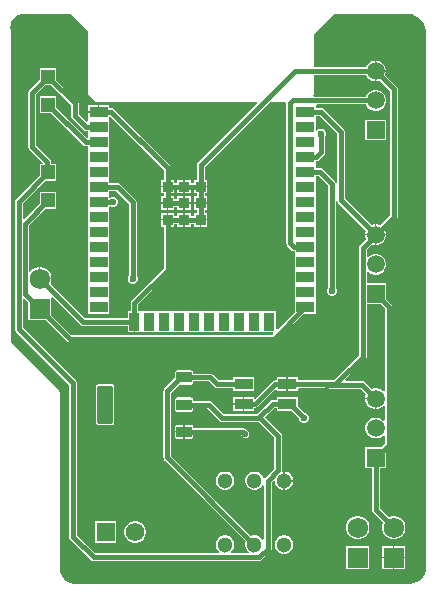
<source format=gtl>
G04*
G04 #@! TF.GenerationSoftware,Altium Limited,Altium Designer,22.1.2 (22)*
G04*
G04 Layer_Physical_Order=1*
G04 Layer_Color=255*
%FSLAX43Y43*%
%MOMM*%
G71*
G04*
G04 #@! TF.SameCoordinates,789559D7-4389-4A6F-8FAE-C72B44BD11BC*
G04*
G04*
G04 #@! TF.FilePolarity,Positive*
G04*
G01*
G75*
%ADD14R,1.490X0.960*%
%ADD15R,1.500X0.900*%
%ADD16R,0.900X1.500*%
%ADD17R,0.900X0.900*%
G04:AMPARAMS|DCode=18|XSize=1.31mm|YSize=0.93mm|CornerRadius=0.07mm|HoleSize=0mm|Usage=FLASHONLY|Rotation=180.000|XOffset=0mm|YOffset=0mm|HoleType=Round|Shape=RoundedRectangle|*
%AMROUNDEDRECTD18*
21,1,1.310,0.791,0,0,180.0*
21,1,1.171,0.930,0,0,180.0*
1,1,0.140,-0.585,0.395*
1,1,0.140,0.585,0.395*
1,1,0.140,0.585,-0.395*
1,1,0.140,-0.585,-0.395*
%
%ADD18ROUNDEDRECTD18*%
G04:AMPARAMS|DCode=19|XSize=1.31mm|YSize=3.24mm|CornerRadius=0.098mm|HoleSize=0mm|Usage=FLASHONLY|Rotation=180.000|XOffset=0mm|YOffset=0mm|HoleType=Round|Shape=RoundedRectangle|*
%AMROUNDEDRECTD19*
21,1,1.310,3.044,0,0,180.0*
21,1,1.114,3.240,0,0,180.0*
1,1,0.197,-0.557,1.522*
1,1,0.197,0.557,1.522*
1,1,0.197,0.557,-1.522*
1,1,0.197,-0.557,-1.522*
%
%ADD19ROUNDEDRECTD19*%
%ADD20R,1.150X1.150*%
%ADD36C,0.381*%
%ADD37R,1.725X1.725*%
%ADD38C,1.725*%
%ADD39R,1.575X1.575*%
%ADD40C,1.575*%
%ADD41C,1.508*%
%ADD42R,1.508X1.508*%
%ADD43C,1.300*%
%ADD44C,0.600*%
G36*
X175387Y126771D02*
X175693Y126654D01*
X175970Y126478D01*
X176208Y126253D01*
X176397Y125985D01*
X176530Y125685D01*
X176603Y125365D01*
X176611Y125037D01*
X176583Y124876D01*
X176583Y124858D01*
X176580Y124841D01*
Y79765D01*
X176570Y79643D01*
X176498Y79392D01*
X176378Y79160D01*
X176216Y78956D01*
X176016Y78787D01*
X175788Y78660D01*
X175539Y78581D01*
X175280Y78551D01*
X175150Y78562D01*
X175141Y78561D01*
X175133Y78563D01*
X146939Y78563D01*
X146935Y78562D01*
X146930Y78563D01*
X146806Y78557D01*
X146561Y78595D01*
X146329Y78680D01*
X146117Y78808D01*
X145934Y78976D01*
X145788Y79176D01*
X145683Y79400D01*
X145624Y79641D01*
X145619Y79760D01*
Y94742D01*
X145603Y94820D01*
X145559Y94886D01*
X145559Y94886D01*
X141428Y99017D01*
Y125476D01*
X141425Y125490D01*
X141426Y125505D01*
X141410Y125616D01*
X141422Y125841D01*
X141478Y126059D01*
X141575Y126262D01*
X141711Y126442D01*
X141878Y126593D01*
X142072Y126707D01*
X142284Y126782D01*
X142381Y126796D01*
X146508D01*
X147955Y125349D01*
Y120015D01*
X148590Y119380D01*
X162266D01*
X162315Y119263D01*
X157291Y114239D01*
X157221Y114134D01*
X157196Y114010D01*
Y112748D01*
X156943D01*
Y112495D01*
X156697D01*
Y112748D01*
X156183D01*
Y112171D01*
Y111594D01*
X156697D01*
Y111847D01*
X156943D01*
Y111594D01*
X157196D01*
Y111348D01*
X156943D01*
Y110835D01*
X158097D01*
Y111348D01*
X157844D01*
Y111594D01*
X158097D01*
Y112108D01*
X157520D01*
Y112235D01*
X158097D01*
Y112748D01*
X157844D01*
Y113876D01*
X163348Y119380D01*
X164672D01*
X164776Y119253D01*
Y107379D01*
X164801Y107255D01*
X164871Y107150D01*
X165189Y106832D01*
X165294Y106762D01*
X165417Y106737D01*
X165493D01*
Y106495D01*
X165493Y106484D01*
Y106368D01*
X165493Y106357D01*
Y105225D01*
X165493Y105214D01*
Y105098D01*
X165493Y105087D01*
Y103955D01*
X165493Y103944D01*
Y103828D01*
X165493Y103817D01*
Y102685D01*
X165493Y102674D01*
Y102558D01*
X165493Y102547D01*
Y101562D01*
X164029Y100098D01*
X163912Y100147D01*
Y101608D01*
X162769D01*
X162758Y101608D01*
X162642D01*
X162631Y101608D01*
X161499D01*
X161488Y101608D01*
X161372D01*
X161361Y101608D01*
X160229D01*
X160218Y101608D01*
X160102D01*
X160091Y101608D01*
X158959D01*
X158948Y101608D01*
X158832D01*
X158821Y101608D01*
X157689D01*
X157678Y101608D01*
X157562D01*
X157551Y101608D01*
X156419D01*
X156408Y101608D01*
X156292D01*
X156281Y101608D01*
X155149D01*
X155138Y101608D01*
X155022D01*
X155011Y101608D01*
X153879D01*
X153868Y101608D01*
X153752D01*
X153741Y101608D01*
X152609D01*
X152598Y101608D01*
X152482D01*
X152471Y101608D01*
X152229D01*
Y102192D01*
X154949Y104912D01*
X155019Y105017D01*
X155044Y105141D01*
Y108794D01*
X155297D01*
Y109047D01*
X155543D01*
Y108794D01*
X156056D01*
Y109371D01*
Y109948D01*
X155543D01*
Y109695D01*
X155297D01*
Y109948D01*
X154783D01*
Y109371D01*
X154720D01*
Y109307D01*
X154143D01*
Y108794D01*
X154396D01*
Y105275D01*
X151676Y102555D01*
X151606Y102450D01*
X151581Y102326D01*
Y101608D01*
X151328D01*
Y101035D01*
X147708D01*
X144783Y103960D01*
X144813Y104012D01*
X144880Y104264D01*
Y104330D01*
X143891D01*
Y104394D01*
X143827D01*
Y105383D01*
X143761D01*
X143509Y105316D01*
X143283Y105186D01*
X143099Y105002D01*
X143072Y104954D01*
X142945Y104988D01*
Y108908D01*
X144357Y110320D01*
X145303D01*
Y111724D01*
X143899D01*
Y110778D01*
X142554Y109433D01*
X142437Y109481D01*
Y110750D01*
X144357Y112670D01*
X145303D01*
Y114074D01*
X144855D01*
Y114295D01*
X144830Y114419D01*
X144760Y114524D01*
X143580Y115704D01*
Y119997D01*
X144357Y120774D01*
X144845D01*
X146537Y119083D01*
Y118189D01*
X146561Y118065D01*
X146631Y117960D01*
X147599Y116992D01*
X147704Y116922D01*
X147828Y116897D01*
X147993D01*
Y116655D01*
X147993Y116644D01*
Y116528D01*
X147993Y116517D01*
Y116371D01*
X147866Y116319D01*
X145303Y118882D01*
Y119828D01*
X143899D01*
Y118424D01*
X144845D01*
X147547Y115722D01*
X147652Y115652D01*
X147776Y115627D01*
X147993D01*
Y115385D01*
X147993Y115374D01*
Y115258D01*
X147993Y115247D01*
Y114115D01*
X147993Y114104D01*
Y113988D01*
X147993Y113977D01*
Y112845D01*
X147993Y112834D01*
Y112718D01*
X147993Y112707D01*
Y111575D01*
X147993Y111564D01*
Y111448D01*
X147993Y111437D01*
Y110305D01*
X147993Y110294D01*
Y110178D01*
X147993Y110167D01*
Y109035D01*
X147993Y109024D01*
Y108908D01*
X147993Y108897D01*
Y107765D01*
X147993Y107754D01*
Y107638D01*
X147993Y107627D01*
Y106495D01*
X147993Y106484D01*
Y106368D01*
X147993Y106357D01*
Y105225D01*
X147993Y105214D01*
Y105098D01*
X147993Y105087D01*
Y103955D01*
X147993Y103944D01*
Y103828D01*
X147993Y103817D01*
Y102685D01*
X147993Y102674D01*
Y102558D01*
X147993Y102547D01*
Y101404D01*
X149747D01*
Y102547D01*
X149747Y102558D01*
Y102674D01*
X149747Y102685D01*
Y103817D01*
X149747Y103828D01*
Y103944D01*
X149747Y103955D01*
Y105087D01*
X149747Y105098D01*
Y105214D01*
X149747Y105225D01*
Y106357D01*
X149747Y106368D01*
Y106484D01*
X149747Y106495D01*
Y107627D01*
X149747Y107638D01*
Y107754D01*
X149747Y107765D01*
Y108897D01*
X149747Y108908D01*
Y109024D01*
X149747Y109035D01*
Y110167D01*
X149747Y110178D01*
Y110294D01*
X149747Y110305D01*
Y110455D01*
X149872Y110509D01*
X150029Y110444D01*
X150199D01*
X150356Y110509D01*
X150476Y110629D01*
X150541Y110786D01*
Y110956D01*
X150476Y111113D01*
X150356Y111233D01*
X150199Y111298D01*
X150029D01*
X149872Y111233D01*
X149747Y111287D01*
Y111437D01*
X149747Y111448D01*
Y111564D01*
X149747Y111575D01*
Y111817D01*
X150361D01*
X151441Y110737D01*
Y104674D01*
X151403Y104636D01*
X151338Y104479D01*
Y104309D01*
X151403Y104152D01*
X151523Y104032D01*
X151680Y103967D01*
X151850D01*
X152007Y104032D01*
X152127Y104152D01*
X152192Y104309D01*
Y104479D01*
X152127Y104636D01*
X152089Y104674D01*
Y110871D01*
X152064Y110995D01*
X151994Y111100D01*
X150724Y112370D01*
X150619Y112440D01*
X150495Y112465D01*
X149747D01*
Y112707D01*
X149747Y112718D01*
Y112834D01*
X149747Y112845D01*
Y113977D01*
X149747Y113988D01*
Y114104D01*
X149747Y114115D01*
Y115247D01*
X149747Y115258D01*
Y115374D01*
X149747Y115385D01*
Y116517D01*
X149747Y116528D01*
Y116644D01*
X149747Y116655D01*
Y117798D01*
X149747D01*
Y117914D01*
X149747D01*
Y118068D01*
X149874Y118121D01*
X154396Y113599D01*
Y112748D01*
X154143D01*
Y112235D01*
X154720D01*
Y112108D01*
X154143D01*
Y111594D01*
X154396D01*
Y111348D01*
X154143D01*
Y110835D01*
X154720D01*
Y110771D01*
X154783D01*
Y110194D01*
X155297D01*
Y110447D01*
X155543D01*
Y110194D01*
X156056D01*
Y110771D01*
Y111348D01*
X155543D01*
Y111095D01*
X155297D01*
Y111348D01*
X155044D01*
Y111594D01*
X155297D01*
Y111847D01*
X155543D01*
Y111594D01*
X156056D01*
Y112171D01*
Y112748D01*
X155543D01*
Y112495D01*
X155297D01*
Y112748D01*
X155044D01*
Y113733D01*
X155019Y113856D01*
X154949Y113962D01*
X150191Y118720D01*
X150085Y118790D01*
X149962Y118815D01*
X149747D01*
Y119068D01*
X148934D01*
Y118491D01*
X148870D01*
Y118427D01*
X147993D01*
Y117914D01*
X147993D01*
Y117798D01*
X147970Y117697D01*
X147851Y117655D01*
X147184Y118323D01*
Y119217D01*
X147159Y119341D01*
X147089Y119446D01*
X145303Y121232D01*
Y122178D01*
X143899D01*
Y121232D01*
X143027Y120360D01*
X142957Y120255D01*
X142932Y120131D01*
Y115570D01*
X142957Y115446D01*
X143027Y115341D01*
X144168Y114201D01*
X144115Y114074D01*
X143899D01*
Y113127D01*
X141884Y111113D01*
X141814Y111008D01*
X141789Y110884D01*
Y100127D01*
X141814Y100003D01*
X141884Y99898D01*
X146387Y95395D01*
Y82550D01*
X146411Y82426D01*
X146482Y82321D01*
X148234Y80568D01*
X148339Y80498D01*
X148463Y80474D01*
X162458D01*
X162582Y80498D01*
X162687Y80568D01*
X163424Y81305D01*
X163494Y81410D01*
X163519Y81534D01*
Y87122D01*
X163673Y87276D01*
X163800Y87224D01*
Y87168D01*
X163853Y86970D01*
X163955Y86793D01*
X164100Y86648D01*
X164277Y86546D01*
X164475Y86493D01*
X164514D01*
Y87270D01*
Y88051D01*
X164427Y88128D01*
X164408Y88160D01*
Y91059D01*
X164383Y91183D01*
X164313Y91288D01*
X162954Y92646D01*
X163759Y93451D01*
X163974D01*
Y93168D01*
X165260D01*
X165816Y92612D01*
Y92498D01*
X165881Y92341D01*
X166001Y92221D01*
X166158Y92156D01*
X166328D01*
X166485Y92221D01*
X166605Y92341D01*
X166670Y92498D01*
Y92668D01*
X166605Y92825D01*
X166485Y92945D01*
X166338Y93006D01*
X165718Y93626D01*
Y94382D01*
X163974D01*
Y94099D01*
X163625D01*
X163501Y94074D01*
X163396Y94004D01*
X162299Y92907D01*
X159494D01*
X158445Y93955D01*
X158340Y94025D01*
X158217Y94050D01*
X156912D01*
Y94121D01*
X156897Y94198D01*
X156853Y94263D01*
X156788Y94307D01*
X156711Y94322D01*
X155541D01*
X155464Y94307D01*
X155399Y94263D01*
X155355Y94198D01*
X155340Y94121D01*
Y93331D01*
X155355Y93254D01*
X155399Y93189D01*
X155464Y93145D01*
X155541Y93130D01*
X156711D01*
X156788Y93145D01*
X156853Y93189D01*
X156897Y93254D01*
X156912Y93331D01*
Y93402D01*
X158083D01*
X159131Y92354D01*
X159236Y92284D01*
X159360Y92259D01*
X162426D01*
X163760Y90925D01*
Y88279D01*
X162966Y87485D01*
X162958Y87473D01*
X162821Y87496D01*
X162801Y87570D01*
X162699Y87747D01*
X162554Y87892D01*
X162377Y87994D01*
X162179Y88047D01*
X161975D01*
X161777Y87994D01*
X161600Y87892D01*
X161455Y87747D01*
X161353Y87570D01*
X161300Y87372D01*
Y87168D01*
X161353Y86970D01*
X161455Y86793D01*
X161600Y86648D01*
X161777Y86546D01*
X161975Y86493D01*
X162179D01*
X162377Y86546D01*
X162554Y86648D01*
X162699Y86793D01*
X162744Y86872D01*
X162871Y86838D01*
Y82302D01*
X162744Y82268D01*
X162699Y82347D01*
X162554Y82492D01*
X162377Y82594D01*
X162179Y82647D01*
X161975D01*
X161804Y82601D01*
X155010Y89395D01*
Y94735D01*
X155695Y95420D01*
X156711D01*
X156788Y95435D01*
X156853Y95479D01*
X156897Y95544D01*
X156912Y95621D01*
Y95692D01*
X158210D01*
X158676Y95226D01*
X158781Y95156D01*
X158905Y95131D01*
X160291D01*
Y94848D01*
X162035D01*
Y96062D01*
X160291D01*
Y95779D01*
X159039D01*
X158572Y96245D01*
X158467Y96315D01*
X158344Y96340D01*
X156912D01*
Y96411D01*
X156897Y96488D01*
X156853Y96553D01*
X156788Y96597D01*
X156711Y96612D01*
X155541D01*
X155464Y96597D01*
X155399Y96553D01*
X155355Y96488D01*
X155340Y96411D01*
Y95981D01*
X154457Y95098D01*
X154387Y94993D01*
X154362Y94869D01*
Y89261D01*
X154387Y89137D01*
X154457Y89032D01*
X161346Y82143D01*
X161300Y81972D01*
Y81767D01*
X161353Y81570D01*
X161455Y81393D01*
X161600Y81248D01*
X161600Y81248D01*
X161566Y81121D01*
X160088D01*
X160054Y81248D01*
X160054Y81248D01*
X160199Y81393D01*
X160301Y81570D01*
X160354Y81767D01*
Y81972D01*
X160301Y82170D01*
X160199Y82347D01*
X160054Y82492D01*
X159877Y82594D01*
X159679Y82647D01*
X159475D01*
X159277Y82594D01*
X159100Y82492D01*
X158955Y82347D01*
X158853Y82170D01*
X158800Y81972D01*
Y81767D01*
X158853Y81570D01*
X158955Y81393D01*
X159100Y81248D01*
X159100Y81248D01*
X159066Y81121D01*
X148597D01*
X147034Y82684D01*
Y95529D01*
X147009Y95653D01*
X146939Y95758D01*
X142437Y100261D01*
Y102685D01*
X142554Y102733D01*
X142902Y102386D01*
Y100865D01*
X144423D01*
X146202Y99085D01*
X146307Y99015D01*
X146431Y98990D01*
X163703D01*
X163827Y99015D01*
X163932Y99085D01*
X166251Y101404D01*
X167247D01*
Y102547D01*
X167247Y102558D01*
Y102674D01*
X167247Y102685D01*
Y103817D01*
X167247Y103828D01*
Y103944D01*
X167247Y103955D01*
Y105087D01*
X167247Y105098D01*
Y105214D01*
X167247Y105225D01*
Y106357D01*
X167247Y106368D01*
Y106484D01*
X167247Y106495D01*
Y107627D01*
X167247Y107638D01*
Y107754D01*
X167247Y107765D01*
Y108897D01*
X167247Y108908D01*
Y109024D01*
X167247Y109035D01*
Y110167D01*
X167247Y110178D01*
Y110294D01*
X167247Y110305D01*
Y111437D01*
X167247Y111448D01*
Y111564D01*
X167247Y111575D01*
Y112707D01*
X167247Y112718D01*
Y112834D01*
X167247Y112845D01*
Y113087D01*
X167506D01*
X168307Y112286D01*
Y103633D01*
X168269Y103594D01*
X168204Y103438D01*
Y103268D01*
X168269Y103111D01*
X168389Y102991D01*
X168546Y102926D01*
X168716D01*
X168872Y102991D01*
X168993Y103111D01*
X169058Y103268D01*
Y103438D01*
X168993Y103594D01*
X168954Y103633D01*
Y110972D01*
X169081Y110984D01*
X169094Y110923D01*
X169164Y110818D01*
X171526Y108455D01*
X171518Y108441D01*
X171458Y108217D01*
Y108164D01*
X172275D01*
Y108982D01*
X172223D01*
X171999Y108921D01*
X171984Y108913D01*
X169716Y111181D01*
Y116840D01*
X169692Y116964D01*
X169622Y117069D01*
X167971Y118720D01*
X167865Y118790D01*
X167742Y118815D01*
X167247D01*
Y119068D01*
X167343Y119143D01*
X171514D01*
X171518Y119127D01*
X171634Y118926D01*
X171798Y118762D01*
X171999Y118646D01*
X172223Y118586D01*
X172455D01*
X172679Y118646D01*
X172880Y118762D01*
X173044Y118926D01*
X173160Y119127D01*
X173220Y119351D01*
Y119583D01*
X173160Y119807D01*
X173044Y120008D01*
X172880Y120172D01*
X172679Y120288D01*
X172455Y120348D01*
X172223D01*
X171999Y120288D01*
X171798Y120172D01*
X171634Y120008D01*
X171518Y119807D01*
X171514Y119791D01*
X167074D01*
X167025Y119908D01*
X167132Y120015D01*
Y121643D01*
X171514D01*
X171518Y121627D01*
X171634Y121426D01*
X171798Y121262D01*
X171999Y121146D01*
X172223Y121086D01*
X172275D01*
Y121967D01*
Y122848D01*
X172223D01*
X171999Y122788D01*
X171798Y122672D01*
X171634Y122508D01*
X171518Y122307D01*
X171514Y122291D01*
X167132D01*
Y125095D01*
X168833Y126796D01*
X175243D01*
X175387Y126771D01*
D02*
G37*
G36*
X169069Y116706D02*
Y112495D01*
X168942Y112483D01*
X168930Y112544D01*
X168859Y112649D01*
X167869Y113640D01*
X167764Y113710D01*
X167640Y113735D01*
X167247D01*
Y113977D01*
X167247Y113988D01*
Y114104D01*
X167247Y114115D01*
Y114357D01*
X167322D01*
X167446Y114382D01*
X167551Y114452D01*
X167945Y114846D01*
X168015Y114951D01*
X168040Y115075D01*
Y116382D01*
X168078Y116420D01*
X168143Y116577D01*
Y116747D01*
X168078Y116904D01*
X167958Y117024D01*
X167801Y117089D01*
X167631D01*
X167474Y117024D01*
X167374Y116924D01*
X167280Y116944D01*
X167247Y116963D01*
Y117787D01*
X167247Y117798D01*
Y117914D01*
X167247Y117925D01*
Y118167D01*
X167608D01*
X169069Y116706D01*
D02*
G37*
G36*
X147345Y100482D02*
X147450Y100412D01*
X147574Y100387D01*
X151328D01*
Y99854D01*
X151842D01*
Y100731D01*
X151969D01*
Y99854D01*
X152471D01*
X152482Y99854D01*
X152598D01*
X152609Y99854D01*
X153741D01*
X153752Y99854D01*
X153868D01*
X153879Y99854D01*
X155011D01*
X155022Y99854D01*
X155138D01*
X155149Y99854D01*
X156281D01*
X156292Y99854D01*
X156408D01*
X156419Y99854D01*
X157551D01*
X157562Y99854D01*
X157678D01*
X157689Y99854D01*
X158821D01*
X158832Y99854D01*
X158948D01*
X158959Y99854D01*
X160091D01*
X160102Y99854D01*
X160218D01*
X160229Y99854D01*
X161361D01*
X161372Y99854D01*
X161488D01*
X161499Y99854D01*
X162631D01*
X162642Y99854D01*
X162758D01*
X162769Y99854D01*
X163619D01*
X163668Y99737D01*
X163569Y99638D01*
X146565D01*
X144880Y101322D01*
Y102767D01*
X145008Y102820D01*
X147345Y100482D01*
D02*
G37*
%LPC*%
G36*
X172455Y122848D02*
X172402D01*
Y122030D01*
X173220D01*
Y122083D01*
X173160Y122307D01*
X173044Y122508D01*
X172880Y122672D01*
X172679Y122788D01*
X172455Y122848D01*
D02*
G37*
G36*
X148807Y119068D02*
X147993D01*
Y118554D01*
X148807D01*
Y119068D01*
D02*
G37*
G36*
X173220Y117848D02*
X171458D01*
Y116086D01*
X173220D01*
Y117848D01*
D02*
G37*
G36*
X156697Y111348D02*
X156183D01*
Y110835D01*
X156697D01*
Y111348D01*
D02*
G37*
G36*
Y110708D02*
X156183D01*
Y110194D01*
X156697D01*
Y110708D01*
D02*
G37*
G36*
X154656D02*
X154143D01*
Y110194D01*
X154656D01*
Y110708D01*
D02*
G37*
G36*
X158097D02*
X156943D01*
Y110194D01*
X157196D01*
Y109948D01*
X156943D01*
Y109695D01*
X156697D01*
Y109948D01*
X156183D01*
Y109371D01*
Y108794D01*
X156697D01*
Y109047D01*
X156943D01*
Y108794D01*
X157456D01*
Y109371D01*
X157520D01*
Y109434D01*
X158097D01*
Y109948D01*
X157844D01*
Y110194D01*
X158097D01*
Y110708D01*
D02*
G37*
G36*
X154656Y109948D02*
X154143D01*
Y109434D01*
X154656D01*
Y109948D01*
D02*
G37*
G36*
X173220Y121903D02*
X172402D01*
Y121086D01*
X172455D01*
X172679Y121146D01*
X172694Y121154D01*
X173539Y120309D01*
Y109759D01*
X172694Y108913D01*
X172679Y108921D01*
X172455Y108982D01*
X172402D01*
Y108164D01*
X173220D01*
Y108217D01*
X173160Y108441D01*
X173152Y108455D01*
X174092Y109396D01*
X174162Y109501D01*
X174187Y109625D01*
Y120443D01*
X174162Y120567D01*
X174092Y120672D01*
X173152Y121612D01*
X173160Y121627D01*
X173220Y121851D01*
Y121903D01*
D02*
G37*
G36*
X158097Y109307D02*
X157583D01*
Y108794D01*
X158097D01*
Y109307D01*
D02*
G37*
G36*
X173220Y108037D02*
X172402D01*
Y107220D01*
X172455D01*
X172679Y107280D01*
X172880Y107396D01*
X173044Y107560D01*
X173160Y107760D01*
X173220Y107985D01*
Y108037D01*
D02*
G37*
G36*
X172275D02*
X171458D01*
Y107985D01*
X171518Y107760D01*
X171526Y107746D01*
X171018Y107237D01*
X170948Y107132D01*
X170923Y107008D01*
Y97924D01*
X168778Y95779D01*
X165718D01*
Y96062D01*
X164910D01*
Y95455D01*
Y94848D01*
X165718D01*
Y95032D01*
X165808Y95121D01*
X171047Y95068D01*
X171526Y94589D01*
X171518Y94574D01*
X171458Y94350D01*
Y94298D01*
X172275D01*
Y95115D01*
X172223D01*
X171999Y95055D01*
X171984Y95047D01*
X171411Y95619D01*
X171360Y95654D01*
X171309Y95688D01*
X171308Y95689D01*
X171306Y95690D01*
X171246Y95702D01*
X171186Y95714D01*
X169808Y95728D01*
X169760Y95846D01*
X171476Y97561D01*
X171546Y97666D01*
X171571Y97790D01*
Y102219D01*
X172762D01*
X173107Y101874D01*
Y94891D01*
X172980Y94838D01*
X172880Y94939D01*
X172679Y95055D01*
X172455Y95115D01*
X172402D01*
Y94234D01*
Y93353D01*
X172455D01*
X172679Y93413D01*
X172880Y93529D01*
X172980Y93630D01*
X173107Y93577D01*
Y92391D01*
X172980Y92338D01*
X172880Y92439D01*
X172679Y92555D01*
X172455Y92615D01*
X172223D01*
X171999Y92555D01*
X171798Y92439D01*
X171634Y92275D01*
X171518Y92074D01*
X171458Y91850D01*
Y91618D01*
X171518Y91394D01*
X171634Y91193D01*
X171798Y91029D01*
X171999Y90913D01*
X172223Y90853D01*
X172455D01*
X172679Y90913D01*
X172880Y91029D01*
X172980Y91130D01*
X173107Y91077D01*
Y90460D01*
X172762Y90115D01*
X171458D01*
Y88353D01*
X172015D01*
Y84836D01*
X172040Y84712D01*
X172110Y84607D01*
X172971Y83746D01*
X172941Y83694D01*
X172874Y83442D01*
Y83182D01*
X172941Y82930D01*
X173071Y82704D01*
X173255Y82520D01*
X173481Y82390D01*
X173733Y82323D01*
X173993D01*
X174245Y82390D01*
X174471Y82520D01*
X174655Y82704D01*
X174785Y82930D01*
X174852Y83182D01*
Y83442D01*
X174785Y83694D01*
X174655Y83920D01*
X174471Y84104D01*
X174245Y84234D01*
X173993Y84301D01*
X173733D01*
X173481Y84234D01*
X173429Y84204D01*
X172663Y84970D01*
Y88353D01*
X173220D01*
Y89657D01*
X173660Y90097D01*
X173730Y90202D01*
X173755Y90326D01*
Y102008D01*
X173730Y102132D01*
X173660Y102237D01*
X173220Y102677D01*
Y103981D01*
X171571D01*
Y104943D01*
X171698Y104996D01*
X171798Y104896D01*
X171999Y104780D01*
X172223Y104719D01*
X172455D01*
X172679Y104780D01*
X172880Y104896D01*
X173044Y105060D01*
X173160Y105260D01*
X173220Y105485D01*
Y105716D01*
X173160Y105941D01*
X173044Y106141D01*
X172880Y106305D01*
X172679Y106421D01*
X172455Y106481D01*
X172223D01*
X171999Y106421D01*
X171798Y106305D01*
X171698Y106205D01*
X171571Y106258D01*
Y106874D01*
X171984Y107288D01*
X171999Y107280D01*
X172223Y107220D01*
X172275D01*
Y108037D01*
D02*
G37*
G36*
X144021Y105383D02*
X143954D01*
Y104457D01*
X144880D01*
Y104524D01*
X144813Y104776D01*
X144683Y105002D01*
X144499Y105186D01*
X144273Y105316D01*
X144021Y105383D01*
D02*
G37*
G36*
X164783Y96062D02*
X163974D01*
Y95779D01*
X163834D01*
X163710Y95754D01*
X163605Y95684D01*
X162152Y94232D01*
X162035Y94280D01*
Y94382D01*
X161227D01*
Y93775D01*
Y93168D01*
X162035D01*
Y93451D01*
X162154D01*
X162277Y93476D01*
X162383Y93546D01*
X163847Y95011D01*
X163974Y94958D01*
Y94848D01*
X164783D01*
Y95455D01*
Y96062D01*
D02*
G37*
G36*
X161100Y94382D02*
X160291D01*
Y93839D01*
X161100D01*
Y94382D01*
D02*
G37*
G36*
X172275Y94171D02*
X171458D01*
Y94118D01*
X171518Y93894D01*
X171634Y93693D01*
X171798Y93529D01*
X171999Y93413D01*
X172223Y93353D01*
X172275D01*
Y94171D01*
D02*
G37*
G36*
X161100Y93712D02*
X160291D01*
Y93168D01*
X161100D01*
Y93712D01*
D02*
G37*
G36*
X149993Y95477D02*
X148879D01*
X148791Y95460D01*
X148717Y95410D01*
X148667Y95336D01*
X148650Y95248D01*
Y92204D01*
X148667Y92116D01*
X148717Y92042D01*
X148791Y91992D01*
X148879Y91975D01*
X149993D01*
X150081Y91992D01*
X150155Y92042D01*
X150205Y92116D01*
X150222Y92204D01*
Y95248D01*
X150205Y95336D01*
X150155Y95410D01*
X150081Y95460D01*
X149993Y95477D01*
D02*
G37*
G36*
X156062Y92032D02*
X155541D01*
X155464Y92017D01*
X155399Y91973D01*
X155355Y91908D01*
X155340Y91831D01*
Y91499D01*
X156062D01*
Y92032D01*
D02*
G37*
G36*
X156711D02*
X156189D01*
Y91436D01*
Y90840D01*
X156711D01*
X156788Y90855D01*
X156853Y90899D01*
X156897Y90964D01*
X156912Y91041D01*
Y91112D01*
X160951D01*
X161071Y90993D01*
X161176Y90922D01*
X161300Y90898D01*
X161424Y90922D01*
X161529Y90993D01*
X161599Y91098D01*
X161624Y91221D01*
X161599Y91345D01*
X161529Y91450D01*
X161314Y91665D01*
X161209Y91735D01*
X161086Y91760D01*
X156912D01*
Y91831D01*
X156897Y91908D01*
X156853Y91973D01*
X156788Y92017D01*
X156711Y92032D01*
D02*
G37*
G36*
X156062Y91372D02*
X155340D01*
Y91041D01*
X155355Y90964D01*
X155399Y90899D01*
X155464Y90855D01*
X155541Y90840D01*
X156062D01*
Y91372D01*
D02*
G37*
G36*
X164679Y88047D02*
X164641D01*
Y87333D01*
X165354D01*
Y87372D01*
X165301Y87570D01*
X165199Y87747D01*
X165054Y87892D01*
X164877Y87994D01*
X164679Y88047D01*
D02*
G37*
G36*
X165354Y87206D02*
X164641D01*
Y86493D01*
X164679D01*
X164877Y86546D01*
X165054Y86648D01*
X165199Y86793D01*
X165301Y86970D01*
X165354Y87168D01*
Y87206D01*
D02*
G37*
G36*
X159679Y88047D02*
X159475D01*
X159277Y87994D01*
X159100Y87892D01*
X158955Y87747D01*
X158853Y87570D01*
X158800Y87372D01*
Y87168D01*
X158853Y86970D01*
X158955Y86793D01*
X159100Y86648D01*
X159277Y86546D01*
X159475Y86493D01*
X159679D01*
X159877Y86546D01*
X160054Y86648D01*
X160199Y86793D01*
X160301Y86970D01*
X160354Y87168D01*
Y87372D01*
X160301Y87570D01*
X160199Y87747D01*
X160054Y87892D01*
X159877Y87994D01*
X159679Y88047D01*
D02*
G37*
G36*
X170945Y84301D02*
X170685D01*
X170433Y84234D01*
X170207Y84104D01*
X170023Y83920D01*
X169893Y83694D01*
X169826Y83442D01*
Y83182D01*
X169893Y82930D01*
X170023Y82704D01*
X170207Y82520D01*
X170433Y82390D01*
X170685Y82323D01*
X170945D01*
X171197Y82390D01*
X171423Y82520D01*
X171607Y82704D01*
X171737Y82930D01*
X171805Y83182D01*
Y83442D01*
X171737Y83694D01*
X171607Y83920D01*
X171423Y84104D01*
X171197Y84234D01*
X170945Y84301D01*
D02*
G37*
G36*
X152099Y83845D02*
X151859D01*
X151626Y83783D01*
X151418Y83663D01*
X151247Y83493D01*
X151127Y83284D01*
X151065Y83051D01*
Y82811D01*
X151127Y82578D01*
X151247Y82369D01*
X151418Y82199D01*
X151626Y82079D01*
X151859Y82017D01*
X152099D01*
X152332Y82079D01*
X152541Y82199D01*
X152711Y82369D01*
X152831Y82578D01*
X152894Y82811D01*
Y83051D01*
X152831Y83284D01*
X152711Y83493D01*
X152541Y83663D01*
X152332Y83783D01*
X152099Y83845D01*
D02*
G37*
G36*
X150393D02*
X148564D01*
Y82017D01*
X150393D01*
Y83845D01*
D02*
G37*
G36*
X164679Y82647D02*
X164475D01*
X164277Y82594D01*
X164100Y82492D01*
X163955Y82347D01*
X163853Y82170D01*
X163800Y81972D01*
Y81767D01*
X163853Y81570D01*
X163955Y81393D01*
X164100Y81248D01*
X164277Y81146D01*
X164475Y81093D01*
X164679D01*
X164877Y81146D01*
X165054Y81248D01*
X165199Y81393D01*
X165301Y81570D01*
X165354Y81767D01*
Y81972D01*
X165301Y82170D01*
X165199Y82347D01*
X165054Y82492D01*
X164877Y82594D01*
X164679Y82647D01*
D02*
G37*
G36*
X174852Y81761D02*
X173926D01*
Y80836D01*
X174852D01*
Y81761D01*
D02*
G37*
G36*
X173799D02*
X172874D01*
Y80836D01*
X173799D01*
Y81761D01*
D02*
G37*
G36*
X174852Y80709D02*
X173926D01*
Y79783D01*
X174852D01*
Y80709D01*
D02*
G37*
G36*
X173799D02*
X172874D01*
Y79783D01*
X173799D01*
Y80709D01*
D02*
G37*
G36*
X171805Y81761D02*
X169826D01*
Y79783D01*
X171805D01*
Y81761D01*
D02*
G37*
%LPD*%
D14*
X164846Y93775D02*
D03*
Y95455D02*
D03*
X161163Y93775D02*
D03*
Y95455D02*
D03*
D15*
X148870Y118491D02*
D03*
Y117221D02*
D03*
Y115951D02*
D03*
Y114681D02*
D03*
Y113411D02*
D03*
Y112141D02*
D03*
Y110871D02*
D03*
Y109601D02*
D03*
Y108331D02*
D03*
Y107061D02*
D03*
Y105791D02*
D03*
Y104521D02*
D03*
Y103251D02*
D03*
Y101981D02*
D03*
X166370D02*
D03*
Y103251D02*
D03*
Y104521D02*
D03*
Y105791D02*
D03*
Y107061D02*
D03*
Y108331D02*
D03*
Y109601D02*
D03*
Y110871D02*
D03*
Y112141D02*
D03*
Y113411D02*
D03*
Y114681D02*
D03*
Y115951D02*
D03*
Y117221D02*
D03*
Y118491D02*
D03*
D16*
X151905Y100731D02*
D03*
X153175D02*
D03*
X154445D02*
D03*
X155715D02*
D03*
X156985D02*
D03*
X158255D02*
D03*
X159525D02*
D03*
X160795D02*
D03*
X162065D02*
D03*
X163335D02*
D03*
D17*
X154720Y112171D02*
D03*
Y110771D02*
D03*
Y109371D02*
D03*
X156120D02*
D03*
X157520D02*
D03*
Y110771D02*
D03*
Y112171D02*
D03*
X156120D02*
D03*
Y110771D02*
D03*
D18*
X156126Y91436D02*
D03*
Y93726D02*
D03*
Y96016D02*
D03*
D19*
X149436Y93726D02*
D03*
D20*
X144601Y111022D02*
D03*
Y113372D02*
D03*
Y121476D02*
D03*
Y119126D02*
D03*
D36*
X147574Y100711D02*
X151905D01*
X154686Y89261D02*
Y94869D01*
Y89261D02*
X162077Y81870D01*
X163195Y87256D02*
X164084Y88145D01*
X163195Y81534D02*
Y87256D01*
X162458Y80797D02*
X163195Y81534D01*
X165111Y93775D02*
X166273Y92613D01*
X164084Y88145D02*
Y91059D01*
X148463Y80797D02*
X162458D01*
X162497Y92646D02*
X163625Y93775D01*
X162433Y92583D02*
X162497Y92646D01*
X171247Y107008D02*
X172339Y108101D01*
X171247Y97790D02*
Y107008D01*
X168912Y95455D02*
X171247Y97790D01*
X164846Y95455D02*
X168912D01*
X171182Y95391D02*
X172339Y94234D01*
X164846Y95455D02*
X171182Y95391D01*
X154686Y94869D02*
X155833Y96016D01*
X156126D01*
X147776Y115951D02*
X148870D01*
X144601Y119126D02*
X147776Y115951D01*
X151765Y104394D02*
Y110871D01*
X150495Y112141D02*
X151765Y110871D01*
X148870Y112141D02*
X150495D01*
X148870Y110871D02*
X150114D01*
X143891Y101854D02*
X146431Y99314D01*
X163703D01*
X166370Y101981D01*
X142621Y103124D02*
X143891Y101854D01*
X142621Y103124D02*
Y109042D01*
X144601Y111022D01*
X165417Y107061D02*
X166370D01*
X165100Y107379D02*
X165417Y107061D01*
X165100Y107379D02*
Y119253D01*
X165314Y119467D01*
X172339D01*
X144531Y113442D02*
X144601Y113372D01*
X144531Y113442D02*
Y114295D01*
X143256Y115570D02*
X144531Y114295D01*
X143256Y115570D02*
Y120131D01*
X144601Y121476D01*
X142113Y110884D02*
X144601Y113372D01*
X142113Y100127D02*
Y110884D01*
Y100127D02*
X146710Y95529D01*
Y82550D02*
Y95529D01*
Y82550D02*
X148463Y80797D01*
X162497Y92646D02*
X164084Y91059D01*
X159360Y92583D02*
X162433D01*
X163625Y93775D02*
X164846D01*
X158217Y93726D02*
X159360Y92583D01*
X156126Y93726D02*
X158217D01*
X147828Y117221D02*
X148870D01*
X146860Y118189D02*
X147828Y117221D01*
X146860Y118189D02*
Y119217D01*
X144601Y121476D02*
X146860Y119217D01*
X172339Y84836D02*
Y89234D01*
Y84836D02*
X173863Y83312D01*
X168631Y103353D02*
Y112420D01*
X167640Y113411D02*
X168631Y112420D01*
X166370Y113411D02*
X167640D01*
X167716Y115075D02*
Y116662D01*
X167322Y114681D02*
X167716Y115075D01*
X166370Y114681D02*
X167322D01*
X151905Y100711D02*
Y100731D01*
X143891Y104394D02*
X147574Y100711D01*
X151905Y100731D02*
Y102326D01*
X154720Y105141D01*
Y109371D01*
X156120D01*
X157520D01*
Y110771D01*
Y112171D01*
X156120D02*
X157520D01*
X154720D02*
X156120D01*
X154720Y110771D02*
Y112171D01*
X157520D02*
Y114010D01*
X165477Y121967D01*
X172339D01*
X154720Y110771D02*
X156120D01*
X154720Y112171D02*
Y113733D01*
X149962Y118491D02*
X154720Y113733D01*
X148870Y118491D02*
X149962D01*
X172339Y121967D02*
X173863Y120443D01*
Y109625D02*
Y120443D01*
X172339Y108101D02*
X173863Y109625D01*
X169393Y111047D02*
X172339Y108101D01*
X169393Y111047D02*
Y116840D01*
X167742Y118491D02*
X169393Y116840D01*
X166370Y118491D02*
X167742D01*
X163834Y95455D02*
X164846D01*
X162154Y93775D02*
X163834Y95455D01*
X161163Y93775D02*
X162154D01*
X156126Y91436D02*
X161086D01*
X161300Y91221D01*
X158905Y95455D02*
X161163D01*
X158344Y96016D02*
X158905Y95455D01*
X156126Y96016D02*
X158344D01*
X164846Y93775D02*
X165111D01*
X172339Y89234D02*
X173431Y90326D01*
Y102008D01*
X172339Y103100D02*
X173431Y102008D01*
D37*
X170815Y80772D02*
D03*
X173863D02*
D03*
X143891Y101854D02*
D03*
D38*
X170815Y83312D02*
D03*
X173863D02*
D03*
X143891Y104394D02*
D03*
D39*
X149479Y82931D02*
D03*
D40*
X151979D02*
D03*
D41*
X172339Y94234D02*
D03*
Y91734D02*
D03*
Y108101D02*
D03*
Y105601D02*
D03*
Y121967D02*
D03*
Y119467D02*
D03*
D42*
Y89234D02*
D03*
Y103100D02*
D03*
Y116967D02*
D03*
D43*
X159577Y81870D02*
D03*
X162077D02*
D03*
X164577D02*
D03*
X159577Y87270D02*
D03*
X162077D02*
D03*
X164577D02*
D03*
D44*
X166243Y92583D02*
D03*
X151765Y104394D02*
D03*
X150114Y110871D02*
D03*
X168631Y103353D02*
D03*
X167716Y116662D02*
D03*
X161300Y91221D02*
D03*
M02*

</source>
